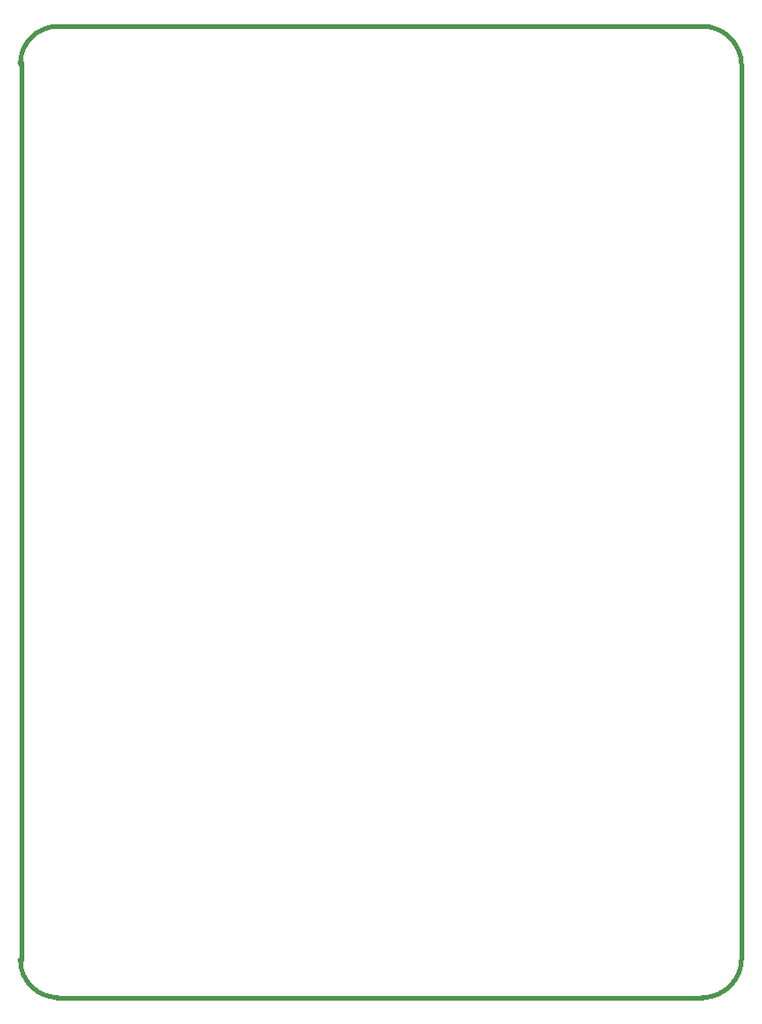
<source format=gbr>
G04 start of page 4 for group 2 idx 2 *
G04 Title: (unknown), outline *
G04 Creator: pcb 20110918 *
G04 CreationDate: Mon Jul 30 19:20:07 2012 UTC *
G04 For: frankenteddy *
G04 Format: Gerber/RS-274X *
G04 PCB-Dimensions: 259500 348500 *
G04 PCB-Coordinate-Origin: lower left *
%MOIN*%
%FSLAX25Y25*%
%LNOUTLINE*%
%ADD45C,0.0150*%
G54D45*X244500Y1000D02*X14000D01*
X258500Y334000D02*Y15000D01*
X13500Y347500D02*X245500D01*
X1500Y14500D02*Y334500D01*
X1000Y334000D02*G75*G02X14500Y347500I13500J0D01*G01*
X244500D02*G75*G02X258500Y333500I0J-14000D01*G01*
X244500Y1000D02*G75*G03X258500Y15000I0J14000D01*G01*
X14500Y1000D02*G75*G02X1000Y14500I0J13500D01*G01*
M02*

</source>
